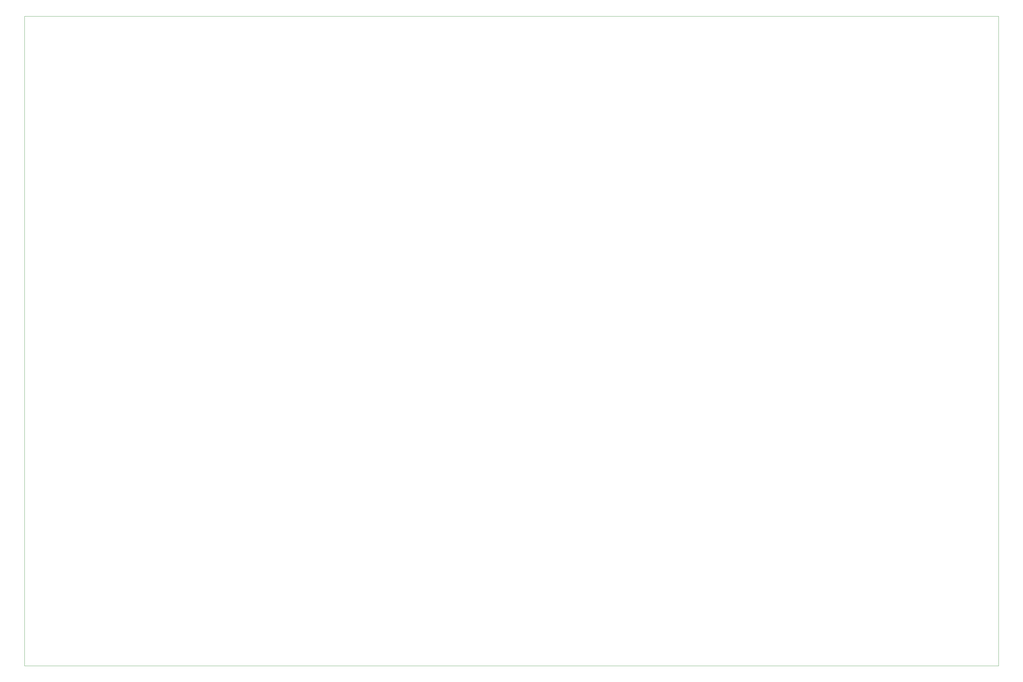
<source format=gbr>
%TF.GenerationSoftware,Altium Limited,Altium Designer,18.0.11 (651)*%
G04 Layer_Color=0*
%FSLAX26Y26*%
%MOIN*%
%TF.FileFunction,Profile,NP*%
%TF.Part,Single*%
G01*
G75*
%TA.AperFunction,Profile*%
%ADD155C,0.001000*%
D155*
Y7874016D01*
X11811024D01*
Y0D01*
X0D01*
%TF.MD5,40f2ab721b5cede32f13b221d57894ff*%
M02*

</source>
